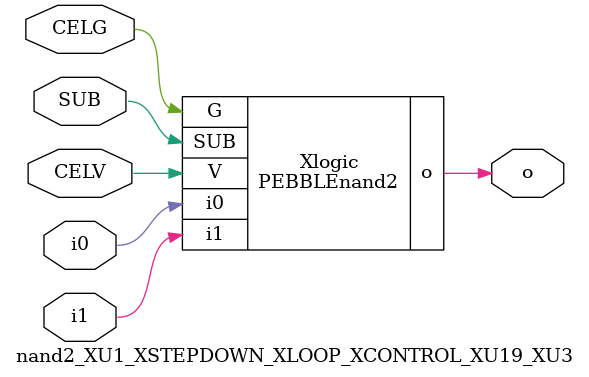
<source format=v>



module PEBBLEnand2 ( o, G, SUB, V, i0, i1 );

  input i0;
  input V;
  input i1;
  input G;
  output o;
  input SUB;
endmodule

//Celera Confidential Do Not Copy nand2_XU1_XSTEPDOWN_XLOOP_XCONTROL_XU19_XU3
//Celera Confidential Symbol Generator
//5V NAND2
module nand2_XU1_XSTEPDOWN_XLOOP_XCONTROL_XU19_XU3 (CELV,CELG,i0,i1,o,SUB);
input CELV;
input CELG;
input i0;
input i1;
input SUB;
output o;

//Celera Confidential Do Not Copy nand2
PEBBLEnand2 Xlogic(
.V (CELV),
.i0 (i0),
.i1 (i1),
.o (o),
.SUB (SUB),
.G (CELG)
);
//,diesize,PEBBLEnand2

//Celera Confidential Do Not Copy Module End
//Celera Schematic Generator
endmodule

</source>
